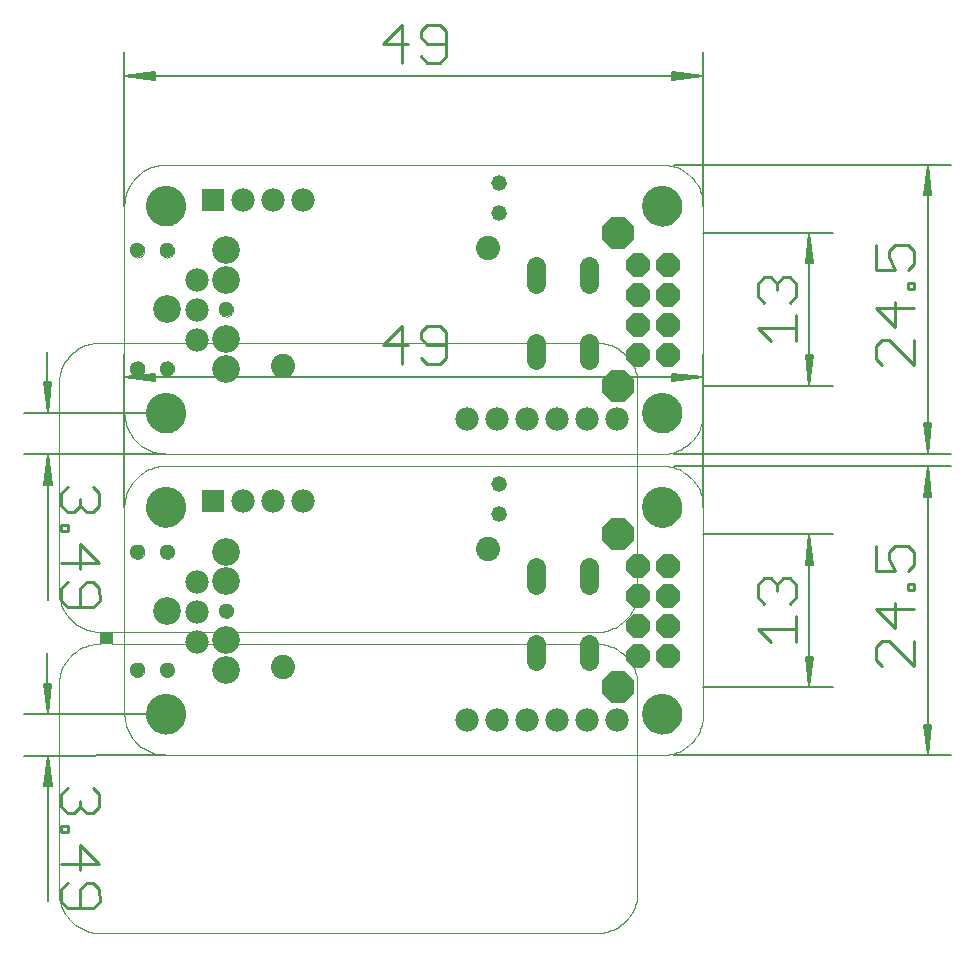
<source format=gbs>
G75*
G70*
%OFA0B0*%
%FSLAX24Y24*%
%IPPOS*%
%LPD*%
%AMOC8*
5,1,8,0,0,1.08239X$1,22.5*
%
%ADD10C,0.0000*%
%ADD11R,0.0394X0.0394*%
%ADD12C,0.0000*%
%ADD13C,0.0051*%
%ADD14C,0.0110*%
%ADD15C,0.0926*%
%ADD16C,0.0512*%
%ADD17OC8,0.0780*%
%ADD18C,0.0808*%
%ADD19C,0.0520*%
%ADD20R,0.0780X0.0780*%
%ADD21C,0.0780*%
%ADD22C,0.0631*%
%ADD23C,0.1340*%
%ADD24OC8,0.1040*%
%ADD25C,0.0000*%
%ADD26C,0.0051*%
%ADD27C,0.0110*%
%ADD28C,0.0926*%
%ADD29C,0.0512*%
%ADD30OC8,0.0780*%
%ADD31C,0.0808*%
%ADD32C,0.0520*%
%ADD33R,0.0780X0.0780*%
%ADD34C,0.0780*%
%ADD35C,0.0631*%
%ADD36C,0.1340*%
%ADD37OC8,0.1040*%
D10*
X000100Y001475D02*
X000100Y001517D01*
X000100Y008368D01*
X000100Y008371D01*
X000100Y008368D02*
X000102Y008440D01*
X000108Y008512D01*
X000117Y008584D01*
X000130Y008655D01*
X000147Y008725D01*
X000167Y008794D01*
X000192Y008862D01*
X000219Y008928D01*
X000250Y008994D01*
X000285Y009057D01*
X000322Y009119D01*
X000363Y009178D01*
X000407Y009235D01*
X000454Y009290D01*
X000504Y009342D01*
X000556Y009392D01*
X000611Y009439D01*
X000668Y009483D01*
X000727Y009524D01*
X000789Y009561D01*
X000852Y009596D01*
X000918Y009627D01*
X000984Y009654D01*
X001052Y009679D01*
X001121Y009699D01*
X001191Y009716D01*
X001262Y009729D01*
X001334Y009738D01*
X001406Y009744D01*
X001478Y009746D01*
X001478Y010139D01*
X001475Y010139D01*
X001475Y009746D02*
X001478Y009746D01*
X001872Y009746D02*
X018014Y009746D01*
X018014Y010139D02*
X001872Y010139D01*
X001872Y009746D01*
X001478Y010139D02*
X001405Y010142D01*
X001332Y010149D01*
X001260Y010159D01*
X001188Y010174D01*
X001117Y010192D01*
X001047Y010214D01*
X000979Y010239D01*
X000911Y010268D01*
X000846Y010300D01*
X000782Y010336D01*
X000720Y010375D01*
X000660Y010418D01*
X000603Y010463D01*
X000548Y010511D01*
X000496Y010562D01*
X000446Y010616D01*
X000399Y010673D01*
X000356Y010731D01*
X000315Y010792D01*
X000278Y010855D01*
X000244Y010920D01*
X000213Y010986D01*
X000186Y011054D01*
X000162Y011124D01*
X000143Y011194D01*
X000127Y011266D01*
X000114Y011338D01*
X000106Y011410D01*
X000101Y011484D01*
X000100Y011557D01*
X000100Y018407D01*
X000100Y018410D01*
X000100Y018407D02*
X000102Y018479D01*
X000108Y018551D01*
X000117Y018623D01*
X000130Y018694D01*
X000147Y018764D01*
X000167Y018833D01*
X000192Y018901D01*
X000219Y018967D01*
X000250Y019033D01*
X000285Y019096D01*
X000322Y019158D01*
X000363Y019217D01*
X000407Y019274D01*
X000454Y019329D01*
X000504Y019381D01*
X000556Y019431D01*
X000611Y019478D01*
X000668Y019522D01*
X000727Y019563D01*
X000789Y019600D01*
X000852Y019635D01*
X000918Y019666D01*
X000984Y019693D01*
X001052Y019718D01*
X001121Y019738D01*
X001191Y019755D01*
X001262Y019768D01*
X001334Y019777D01*
X001406Y019783D01*
X001478Y019785D01*
X018014Y019785D01*
X018086Y019783D01*
X018158Y019777D01*
X018230Y019768D01*
X018301Y019755D01*
X018371Y019738D01*
X018440Y019718D01*
X018508Y019693D01*
X018574Y019666D01*
X018640Y019635D01*
X018703Y019600D01*
X018765Y019563D01*
X018824Y019522D01*
X018881Y019478D01*
X018936Y019431D01*
X018988Y019381D01*
X019038Y019329D01*
X019085Y019274D01*
X019129Y019217D01*
X019170Y019158D01*
X019207Y019096D01*
X019242Y019033D01*
X019273Y018967D01*
X019300Y018901D01*
X019325Y018833D01*
X019345Y018764D01*
X019362Y018694D01*
X019375Y018623D01*
X019384Y018551D01*
X019390Y018479D01*
X019392Y018407D01*
X019391Y018407D02*
X019391Y011517D01*
X019392Y011517D02*
X019390Y011445D01*
X019384Y011373D01*
X019375Y011301D01*
X019362Y011230D01*
X019345Y011160D01*
X019325Y011091D01*
X019300Y011023D01*
X019273Y010957D01*
X019242Y010891D01*
X019207Y010828D01*
X019170Y010766D01*
X019129Y010707D01*
X019085Y010650D01*
X019038Y010595D01*
X018988Y010543D01*
X018936Y010493D01*
X018881Y010446D01*
X018824Y010402D01*
X018765Y010361D01*
X018703Y010324D01*
X018640Y010289D01*
X018574Y010258D01*
X018508Y010231D01*
X018440Y010206D01*
X018371Y010186D01*
X018301Y010169D01*
X018230Y010156D01*
X018158Y010147D01*
X018086Y010141D01*
X018014Y010139D01*
X018017Y010139D01*
X018014Y009746D02*
X018086Y009744D01*
X018158Y009738D01*
X018230Y009729D01*
X018301Y009716D01*
X018371Y009699D01*
X018440Y009679D01*
X018508Y009654D01*
X018574Y009627D01*
X018640Y009596D01*
X018703Y009561D01*
X018765Y009524D01*
X018824Y009483D01*
X018881Y009439D01*
X018936Y009392D01*
X018988Y009342D01*
X019038Y009290D01*
X019085Y009235D01*
X019129Y009178D01*
X019170Y009119D01*
X019207Y009057D01*
X019242Y008994D01*
X019273Y008928D01*
X019300Y008862D01*
X019325Y008794D01*
X019345Y008725D01*
X019362Y008655D01*
X019375Y008584D01*
X019384Y008512D01*
X019390Y008440D01*
X019392Y008368D01*
X019391Y008368D02*
X019391Y001478D01*
X019392Y001478D02*
X019390Y001406D01*
X019384Y001334D01*
X019375Y001262D01*
X019362Y001191D01*
X019345Y001121D01*
X019325Y001052D01*
X019300Y000984D01*
X019273Y000918D01*
X019242Y000852D01*
X019207Y000789D01*
X019170Y000727D01*
X019129Y000668D01*
X019085Y000611D01*
X019038Y000556D01*
X018988Y000504D01*
X018936Y000454D01*
X018881Y000407D01*
X018824Y000363D01*
X018765Y000322D01*
X018703Y000285D01*
X018640Y000250D01*
X018574Y000219D01*
X018508Y000192D01*
X018440Y000167D01*
X018371Y000147D01*
X018301Y000130D01*
X018230Y000117D01*
X018158Y000108D01*
X018086Y000102D01*
X018014Y000100D01*
X018017Y000100D01*
X018014Y000100D02*
X001478Y000100D01*
X001475Y000100D01*
X001478Y000100D02*
X001405Y000103D01*
X001332Y000110D01*
X001260Y000120D01*
X001188Y000135D01*
X001117Y000153D01*
X001047Y000175D01*
X000979Y000200D01*
X000911Y000229D01*
X000846Y000261D01*
X000782Y000297D01*
X000720Y000336D01*
X000660Y000379D01*
X000603Y000424D01*
X000548Y000472D01*
X000496Y000523D01*
X000446Y000577D01*
X000399Y000634D01*
X000356Y000692D01*
X000315Y000753D01*
X000278Y000816D01*
X000244Y000881D01*
X000213Y000947D01*
X000186Y001015D01*
X000162Y001085D01*
X000143Y001155D01*
X000127Y001227D01*
X000114Y001299D01*
X000106Y001371D01*
X000101Y001445D01*
X000100Y001518D01*
X000100Y011514D02*
X000100Y011557D01*
D11*
X001675Y009943D03*
D12*
X3666Y6033D02*
X3669Y6033D01*
X20205Y6033D01*
X20208Y6033D01*
X19558Y7407D02*
X19560Y7457D01*
X19566Y7507D01*
X19576Y7557D01*
X19589Y7605D01*
X19606Y7653D01*
X19627Y7699D01*
X19651Y7743D01*
X19679Y7785D01*
X19710Y7825D01*
X19744Y7862D01*
X19781Y7897D01*
X19820Y7928D01*
X19861Y7957D01*
X19905Y7982D01*
X19951Y8004D01*
X19998Y8022D01*
X20046Y8036D01*
X20095Y8047D01*
X20145Y8054D01*
X20195Y8057D01*
X20246Y8056D01*
X20296Y8051D01*
X20346Y8042D01*
X20394Y8030D01*
X20442Y8013D01*
X20488Y7993D01*
X20533Y7970D01*
X20576Y7943D01*
X20616Y7913D01*
X20654Y7880D01*
X20689Y7844D01*
X20722Y7805D01*
X20751Y7764D01*
X20777Y7721D01*
X20800Y7676D01*
X20819Y7629D01*
X20834Y7581D01*
X20846Y7532D01*
X20854Y7482D01*
X20858Y7432D01*
X20858Y7382D01*
X20854Y7332D01*
X20846Y7282D01*
X20834Y7233D01*
X20819Y7185D01*
X20800Y7138D01*
X20777Y7093D01*
X20751Y7050D01*
X20722Y7009D01*
X20689Y6970D01*
X20654Y6934D01*
X20616Y6901D01*
X20576Y6871D01*
X20533Y6844D01*
X20488Y6821D01*
X20442Y6801D01*
X20394Y6784D01*
X20346Y6772D01*
X20296Y6763D01*
X20246Y6758D01*
X20195Y6757D01*
X20145Y6760D01*
X20095Y6767D01*
X20046Y6778D01*
X19998Y6792D01*
X19951Y6810D01*
X19905Y6832D01*
X19861Y6857D01*
X19820Y6886D01*
X19781Y6917D01*
X19744Y6952D01*
X19710Y6989D01*
X19679Y7029D01*
X19651Y7071D01*
X19627Y7115D01*
X19606Y7161D01*
X19589Y7209D01*
X19576Y7257D01*
X19566Y7307D01*
X19560Y7357D01*
X19558Y7407D01*
X20205Y6033D02*
X20277Y6035D01*
X20349Y6041D01*
X20421Y6050D01*
X20492Y6063D01*
X20562Y6080D01*
X20631Y6100D01*
X20699Y6125D01*
X20765Y6152D01*
X20831Y6183D01*
X20894Y6218D01*
X20956Y6255D01*
X21015Y6296D01*
X21072Y6340D01*
X21127Y6387D01*
X21179Y6437D01*
X21229Y6489D01*
X21276Y6544D01*
X21320Y6601D01*
X21361Y6660D01*
X21398Y6722D01*
X21433Y6785D01*
X21464Y6851D01*
X21491Y6917D01*
X21516Y6985D01*
X21536Y7054D01*
X21553Y7124D01*
X21566Y7195D01*
X21575Y7267D01*
X21581Y7339D01*
X21583Y7411D01*
X21583Y14300D01*
X19555Y14300D02*
X19557Y14350D01*
X19563Y14400D01*
X19573Y14450D01*
X19586Y14498D01*
X19603Y14546D01*
X19624Y14592D01*
X19648Y14636D01*
X19676Y14678D01*
X19707Y14718D01*
X19741Y14755D01*
X19778Y14790D01*
X19817Y14821D01*
X19858Y14850D01*
X19902Y14875D01*
X19948Y14897D01*
X19995Y14915D01*
X20043Y14929D01*
X20092Y14940D01*
X20142Y14947D01*
X20192Y14950D01*
X20243Y14949D01*
X20293Y14944D01*
X20343Y14935D01*
X20391Y14923D01*
X20439Y14906D01*
X20485Y14886D01*
X20530Y14863D01*
X20573Y14836D01*
X20613Y14806D01*
X20651Y14773D01*
X20686Y14737D01*
X20719Y14698D01*
X20748Y14657D01*
X20774Y14614D01*
X20797Y14569D01*
X20816Y14522D01*
X20831Y14474D01*
X20843Y14425D01*
X20851Y14375D01*
X20855Y14325D01*
X20855Y14275D01*
X20851Y14225D01*
X20843Y14175D01*
X20831Y14126D01*
X20816Y14078D01*
X20797Y14031D01*
X20774Y13986D01*
X20748Y13943D01*
X20719Y13902D01*
X20686Y13863D01*
X20651Y13827D01*
X20613Y13794D01*
X20573Y13764D01*
X20530Y13737D01*
X20485Y13714D01*
X20439Y13694D01*
X20391Y13677D01*
X20343Y13665D01*
X20293Y13656D01*
X20243Y13651D01*
X20192Y13650D01*
X20142Y13653D01*
X20092Y13660D01*
X20043Y13671D01*
X19995Y13685D01*
X19948Y13703D01*
X19902Y13725D01*
X19858Y13750D01*
X19817Y13779D01*
X19778Y13810D01*
X19741Y13845D01*
X19707Y13882D01*
X19676Y13922D01*
X19648Y13964D01*
X19624Y14008D01*
X19603Y14054D01*
X19586Y14102D01*
X19573Y14150D01*
X19563Y14200D01*
X19557Y14250D01*
X19555Y14300D01*
X20205Y15678D02*
X20277Y15676D01*
X20349Y15670D01*
X20421Y15661D01*
X20492Y15648D01*
X20562Y15631D01*
X20631Y15611D01*
X20699Y15586D01*
X20765Y15559D01*
X20831Y15528D01*
X20894Y15493D01*
X20956Y15456D01*
X21015Y15415D01*
X21072Y15371D01*
X21127Y15324D01*
X21179Y15274D01*
X21229Y15222D01*
X21276Y15167D01*
X21320Y15110D01*
X21361Y15051D01*
X21398Y14989D01*
X21433Y14926D01*
X21464Y14860D01*
X21491Y14794D01*
X21516Y14726D01*
X21536Y14657D01*
X21553Y14587D01*
X21566Y14516D01*
X21575Y14444D01*
X21581Y14372D01*
X21583Y14300D01*
X20205Y15678D02*
X3669Y15678D01*
X3016Y14304D02*
X3018Y14354D01*
X3024Y14404D01*
X3034Y14454D01*
X3047Y14502D01*
X3064Y14550D01*
X3085Y14596D01*
X3109Y14640D01*
X3137Y14682D01*
X3168Y14722D01*
X3202Y14759D01*
X3239Y14794D01*
X3278Y14825D01*
X3319Y14854D01*
X3363Y14879D01*
X3409Y14901D01*
X3456Y14919D01*
X3504Y14933D01*
X3553Y14944D01*
X3603Y14951D01*
X3653Y14954D01*
X3704Y14953D01*
X3754Y14948D01*
X3804Y14939D01*
X3852Y14927D01*
X3900Y14910D01*
X3946Y14890D01*
X3991Y14867D01*
X4034Y14840D01*
X4074Y14810D01*
X4112Y14777D01*
X4147Y14741D01*
X4180Y14702D01*
X4209Y14661D01*
X4235Y14618D01*
X4258Y14573D01*
X4277Y14526D01*
X4292Y14478D01*
X4304Y14429D01*
X4312Y14379D01*
X4316Y14329D01*
X4316Y14279D01*
X4312Y14229D01*
X4304Y14179D01*
X4292Y14130D01*
X4277Y14082D01*
X4258Y14035D01*
X4235Y13990D01*
X4209Y13947D01*
X4180Y13906D01*
X4147Y13867D01*
X4112Y13831D01*
X4074Y13798D01*
X4034Y13768D01*
X3991Y13741D01*
X3946Y13718D01*
X3900Y13698D01*
X3852Y13681D01*
X3804Y13669D01*
X3754Y13660D01*
X3704Y13655D01*
X3653Y13654D01*
X3603Y13657D01*
X3553Y13664D01*
X3504Y13675D01*
X3456Y13689D01*
X3409Y13707D01*
X3363Y13729D01*
X3319Y13754D01*
X3278Y13783D01*
X3239Y13814D01*
X3202Y13849D01*
X3168Y13886D01*
X3137Y13926D01*
X3109Y13968D01*
X3085Y14012D01*
X3064Y14058D01*
X3047Y14106D01*
X3034Y14154D01*
X3024Y14204D01*
X3018Y14254D01*
X3016Y14304D01*
X2291Y14300D02*
X2293Y14372D01*
X2299Y14444D01*
X2308Y14516D01*
X2321Y14587D01*
X2338Y14657D01*
X2358Y14726D01*
X2383Y14794D01*
X2410Y14860D01*
X2441Y14926D01*
X2476Y14989D01*
X2513Y15051D01*
X2554Y15110D01*
X2598Y15167D01*
X2645Y15222D01*
X2695Y15274D01*
X2747Y15324D01*
X2802Y15371D01*
X2859Y15415D01*
X2918Y15456D01*
X2980Y15493D01*
X3043Y15528D01*
X3109Y15559D01*
X3175Y15586D01*
X3243Y15611D01*
X3312Y15631D01*
X3382Y15648D01*
X3453Y15661D01*
X3525Y15670D01*
X3597Y15676D01*
X3669Y15678D01*
X2291Y14304D02*
X2291Y14300D01*
X2291Y7450D01*
X2291Y7407D01*
X3016Y7407D02*
X3018Y7457D01*
X3024Y7507D01*
X3034Y7557D01*
X3047Y7605D01*
X3064Y7653D01*
X3085Y7699D01*
X3109Y7743D01*
X3137Y7785D01*
X3168Y7825D01*
X3202Y7862D01*
X3239Y7897D01*
X3278Y7928D01*
X3319Y7957D01*
X3363Y7982D01*
X3409Y8004D01*
X3456Y8022D01*
X3504Y8036D01*
X3553Y8047D01*
X3603Y8054D01*
X3653Y8057D01*
X3704Y8056D01*
X3754Y8051D01*
X3804Y8042D01*
X3852Y8030D01*
X3900Y8013D01*
X3946Y7993D01*
X3991Y7970D01*
X4034Y7943D01*
X4074Y7913D01*
X4112Y7880D01*
X4147Y7844D01*
X4180Y7805D01*
X4209Y7764D01*
X4235Y7721D01*
X4258Y7676D01*
X4277Y7629D01*
X4292Y7581D01*
X4304Y7532D01*
X4312Y7482D01*
X4316Y7432D01*
X4316Y7382D01*
X4312Y7332D01*
X4304Y7282D01*
X4292Y7233D01*
X4277Y7185D01*
X4258Y7138D01*
X4235Y7093D01*
X4209Y7050D01*
X4180Y7009D01*
X4147Y6970D01*
X4112Y6934D01*
X4074Y6901D01*
X4034Y6871D01*
X3991Y6844D01*
X3946Y6821D01*
X3900Y6801D01*
X3852Y6784D01*
X3804Y6772D01*
X3754Y6763D01*
X3704Y6758D01*
X3653Y6757D01*
X3603Y6760D01*
X3553Y6767D01*
X3504Y6778D01*
X3456Y6792D01*
X3409Y6810D01*
X3363Y6832D01*
X3319Y6857D01*
X3278Y6886D01*
X3239Y6917D01*
X3202Y6952D01*
X3168Y6989D01*
X3137Y7029D01*
X3109Y7071D01*
X3085Y7115D01*
X3064Y7161D01*
X3047Y7209D01*
X3034Y7257D01*
X3024Y7307D01*
X3018Y7357D01*
X3016Y7407D01*
X2291Y7450D02*
X2292Y7377D01*
X2297Y7303D01*
X2305Y7231D01*
X2318Y7159D01*
X2334Y7087D01*
X2353Y7017D01*
X2377Y6947D01*
X2404Y6879D01*
X2435Y6813D01*
X2469Y6748D01*
X2506Y6685D01*
X2547Y6624D01*
X2590Y6566D01*
X2637Y6509D01*
X2687Y6455D01*
X2739Y6404D01*
X2794Y6356D01*
X2851Y6311D01*
X2911Y6268D01*
X2973Y6229D01*
X3037Y6193D01*
X3102Y6161D01*
X3170Y6132D01*
X3238Y6107D01*
X3308Y6085D01*
X3379Y6067D01*
X3451Y6052D01*
X3523Y6042D01*
X3596Y6035D01*
X3669Y6032D01*
X3473Y8883D02*
X3475Y8913D01*
X3481Y8943D01*
X3490Y8972D01*
X3503Y8999D01*
X3520Y9024D01*
X3539Y9047D01*
X3562Y9068D01*
X3587Y9085D01*
X3613Y9099D01*
X3642Y9109D01*
X3671Y9116D01*
X3701Y9119D01*
X3732Y9118D01*
X3762Y9113D01*
X3791Y9104D01*
X3818Y9092D01*
X3844Y9077D01*
X3868Y9058D01*
X3889Y9036D01*
X3907Y9012D01*
X3922Y8985D01*
X3933Y8957D01*
X3941Y8928D01*
X3945Y8898D01*
X3945Y8868D01*
X3941Y8838D01*
X3933Y8809D01*
X3922Y8781D01*
X3907Y8754D01*
X3889Y8730D01*
X3868Y8708D01*
X3844Y8689D01*
X3818Y8674D01*
X3791Y8662D01*
X3762Y8653D01*
X3732Y8648D01*
X3701Y8647D01*
X3671Y8650D01*
X3642Y8657D01*
X3613Y8667D01*
X3587Y8681D01*
X3562Y8698D01*
X3539Y8719D01*
X3520Y8742D01*
X3503Y8767D01*
X3490Y8794D01*
X3481Y8823D01*
X3475Y8853D01*
X3473Y8883D01*
X2488Y8883D02*
X2490Y8913D01*
X2496Y8943D01*
X2505Y8972D01*
X2518Y8999D01*
X2535Y9024D01*
X2554Y9047D01*
X2577Y9068D01*
X2602Y9085D01*
X2628Y9099D01*
X2657Y9109D01*
X2686Y9116D01*
X2716Y9119D01*
X2747Y9118D01*
X2777Y9113D01*
X2806Y9104D01*
X2833Y9092D01*
X2859Y9077D01*
X2883Y9058D01*
X2904Y9036D01*
X2922Y9012D01*
X2937Y8985D01*
X2948Y8957D01*
X2956Y8928D01*
X2960Y8898D01*
X2960Y8868D01*
X2956Y8838D01*
X2948Y8809D01*
X2937Y8781D01*
X2922Y8754D01*
X2904Y8730D01*
X2883Y8708D01*
X2859Y8689D01*
X2833Y8674D01*
X2806Y8662D01*
X2777Y8653D01*
X2747Y8648D01*
X2716Y8647D01*
X2686Y8650D01*
X2657Y8657D01*
X2628Y8667D01*
X2602Y8681D01*
X2577Y8698D01*
X2554Y8719D01*
X2535Y8742D01*
X2518Y8767D01*
X2505Y8794D01*
X2496Y8823D01*
X2490Y8853D01*
X2488Y8883D01*
X5441Y10852D02*
X5443Y10882D01*
X5449Y10912D01*
X5458Y10941D01*
X5471Y10968D01*
X5488Y10993D01*
X5507Y11016D01*
X5530Y11037D01*
X5555Y11054D01*
X5581Y11068D01*
X5610Y11078D01*
X5639Y11085D01*
X5669Y11088D01*
X5700Y11087D01*
X5730Y11082D01*
X5759Y11073D01*
X5786Y11061D01*
X5812Y11046D01*
X5836Y11027D01*
X5857Y11005D01*
X5875Y10981D01*
X5890Y10954D01*
X5901Y10926D01*
X5909Y10897D01*
X5913Y10867D01*
X5913Y10837D01*
X5909Y10807D01*
X5901Y10778D01*
X5890Y10750D01*
X5875Y10723D01*
X5857Y10699D01*
X5836Y10677D01*
X5812Y10658D01*
X5786Y10643D01*
X5759Y10631D01*
X5730Y10622D01*
X5700Y10617D01*
X5669Y10616D01*
X5639Y10619D01*
X5610Y10626D01*
X5581Y10636D01*
X5555Y10650D01*
X5530Y10667D01*
X5507Y10688D01*
X5488Y10711D01*
X5471Y10736D01*
X5458Y10763D01*
X5449Y10792D01*
X5443Y10822D01*
X5441Y10852D01*
X3473Y12820D02*
X3475Y12850D01*
X3481Y12880D01*
X3490Y12909D01*
X3503Y12936D01*
X3520Y12961D01*
X3539Y12984D01*
X3562Y13005D01*
X3587Y13022D01*
X3613Y13036D01*
X3642Y13046D01*
X3671Y13053D01*
X3701Y13056D01*
X3732Y13055D01*
X3762Y13050D01*
X3791Y13041D01*
X3818Y13029D01*
X3844Y13014D01*
X3868Y12995D01*
X3889Y12973D01*
X3907Y12949D01*
X3922Y12922D01*
X3933Y12894D01*
X3941Y12865D01*
X3945Y12835D01*
X3945Y12805D01*
X3941Y12775D01*
X3933Y12746D01*
X3922Y12718D01*
X3907Y12691D01*
X3889Y12667D01*
X3868Y12645D01*
X3844Y12626D01*
X3818Y12611D01*
X3791Y12599D01*
X3762Y12590D01*
X3732Y12585D01*
X3701Y12584D01*
X3671Y12587D01*
X3642Y12594D01*
X3613Y12604D01*
X3587Y12618D01*
X3562Y12635D01*
X3539Y12656D01*
X3520Y12679D01*
X3503Y12704D01*
X3490Y12731D01*
X3481Y12760D01*
X3475Y12790D01*
X3473Y12820D01*
X2488Y12820D02*
X2490Y12850D01*
X2496Y12880D01*
X2505Y12909D01*
X2518Y12936D01*
X2535Y12961D01*
X2554Y12984D01*
X2577Y13005D01*
X2602Y13022D01*
X2628Y13036D01*
X2657Y13046D01*
X2686Y13053D01*
X2716Y13056D01*
X2747Y13055D01*
X2777Y13050D01*
X2806Y13041D01*
X2833Y13029D01*
X2859Y13014D01*
X2883Y12995D01*
X2904Y12973D01*
X2922Y12949D01*
X2937Y12922D01*
X2948Y12894D01*
X2956Y12865D01*
X2960Y12835D01*
X2960Y12805D01*
X2956Y12775D01*
X2948Y12746D01*
X2937Y12718D01*
X2922Y12691D01*
X2904Y12667D01*
X2883Y12645D01*
X2859Y12626D01*
X2833Y12611D01*
X2806Y12599D01*
X2777Y12590D01*
X2747Y12585D01*
X2716Y12584D01*
X2686Y12587D01*
X2657Y12594D01*
X2628Y12604D01*
X2602Y12618D01*
X2577Y12635D01*
X2554Y12656D01*
X2535Y12679D01*
X2518Y12704D01*
X2505Y12731D01*
X2496Y12760D01*
X2490Y12790D01*
X2488Y12820D01*
D13*
X-266Y6024D02*
X-255Y1163D01*
X-315Y5000D02*
X-266Y6024D01*
X-366Y5000D01*
X-389Y5000D02*
X-266Y6024D01*
X-161Y5000D01*
X-138Y5000D02*
X-389Y5000D01*
X-212Y5000D02*
X-266Y6024D01*
X-138Y5000D01*
X-1053Y6022D02*
X3669Y6033D01*
X3666Y7407D02*
X-1056Y7397D01*
X-269Y7398D02*
X-374Y8422D01*
X-397Y8422D02*
X-269Y7398D01*
X-169Y8422D01*
X-146Y8422D02*
X-397Y8422D01*
X-323Y8422D02*
X-269Y7398D01*
X-220Y8422D01*
X-146Y8422D02*
X-269Y7398D01*
X-274Y9446D01*
X2291Y14300D02*
X2291Y19418D01*
X2291Y18631D02*
X3315Y18733D01*
X3315Y18757D02*
X3315Y18505D01*
X2291Y18631D01*
X3315Y18529D01*
X3315Y18580D02*
X2291Y18631D01*
X3315Y18682D01*
X3315Y18757D02*
X2291Y18631D01*
X21583Y18631D01*
X20559Y18529D01*
X20559Y18505D02*
X21583Y18631D01*
X20559Y18733D01*
X20559Y18757D02*
X20559Y18505D01*
X20559Y18580D02*
X21583Y18631D01*
X20559Y18682D01*
X20559Y18757D02*
X21583Y18631D01*
X21583Y19418D02*
X21583Y14300D01*
X21583Y13415D02*
X25913Y13415D01*
X25126Y13415D02*
X25228Y12391D01*
X25252Y12391D02*
X25126Y13415D01*
X25024Y12391D01*
X25000Y12391D02*
X25252Y12391D01*
X25177Y12391D02*
X25126Y13415D01*
X25075Y12391D01*
X25000Y12391D02*
X25126Y13415D01*
X25126Y8296D01*
X25228Y9320D01*
X25252Y9320D02*
X25126Y8296D01*
X25024Y9320D01*
X25000Y9320D02*
X25252Y9320D01*
X25177Y9320D02*
X25126Y8296D01*
X25075Y9320D01*
X25000Y9320D02*
X25126Y8296D01*
X25913Y8296D02*
X21583Y8296D01*
X20598Y6033D02*
X29850Y6033D01*
X29063Y6033D02*
X29165Y7056D01*
X29189Y7056D02*
X29063Y6033D01*
X28961Y7056D01*
X28937Y7056D02*
X29189Y7056D01*
X29114Y7056D02*
X29063Y6033D01*
X29012Y7056D01*
X28937Y7056D02*
X29063Y6033D01*
X29063Y15678D01*
X29165Y14655D01*
X29189Y14655D02*
X29063Y15678D01*
X28961Y14655D01*
X28937Y14655D02*
X29189Y14655D01*
X29114Y14655D02*
X29063Y15678D01*
X29012Y14655D01*
X28937Y14655D02*
X29063Y15678D01*
X29850Y15678D02*
X20598Y15678D01*
D14*
X23620Y11929D02*
X23831Y11929D01*
X24043Y11717D01*
X24254Y11929D01*
X24466Y11929D01*
X24677Y11717D01*
X24677Y11294D01*
X24466Y11083D01*
X24677Y10660D02*
X24677Y9814D01*
X24677Y10237D02*
X23408Y10237D01*
X23831Y9814D01*
X23620Y11083D02*
X23408Y11294D01*
X23408Y11717D01*
X23620Y11929D01*
X24043Y11717D02*
X24043Y11506D01*
X27345Y10895D02*
X27980Y10261D01*
X27980Y11107D01*
X28614Y10895D02*
X27345Y10895D01*
X28403Y11529D02*
X28403Y11741D01*
X28614Y11741D01*
X28614Y11529D01*
X28403Y11529D01*
X28403Y12164D02*
X28614Y12375D01*
X28614Y12798D01*
X28403Y13010D01*
X27980Y13010D01*
X27768Y12798D01*
X27768Y12587D01*
X27980Y12164D01*
X27345Y12164D01*
X27345Y13010D01*
X27557Y9838D02*
X27345Y9626D01*
X27345Y9203D01*
X27557Y8992D01*
X27768Y9838D02*
X28614Y8992D01*
X28614Y9838D01*
X27768Y9838D02*
X27557Y9838D01*
X13010Y19291D02*
X13010Y20137D01*
X12799Y20349D01*
X12376Y20349D01*
X12164Y20137D01*
X12164Y19926D01*
X12376Y19714D01*
X13010Y19714D01*
X13010Y19291D02*
X12799Y19080D01*
X12376Y19080D01*
X12164Y19291D01*
X11742Y19714D02*
X10896Y19714D01*
X11530Y20349D01*
X11530Y19080D01*
X1243Y4948D02*
X1455Y4737D01*
X1455Y4314D01*
X1244Y4102D01*
X1033Y4101D01*
X821Y4313D01*
X610Y4101D01*
X398Y4100D01*
X186Y4311D01*
X186Y4735D01*
X397Y4946D01*
X821Y4524D02*
X821Y4313D01*
X399Y3678D02*
X187Y3677D01*
X188Y3466D01*
X399Y3466D01*
X399Y3678D01*
X823Y3044D02*
X825Y2198D01*
X1037Y1775D02*
X826Y1564D01*
X827Y929D01*
X404Y928D02*
X1250Y930D01*
X1461Y1142D01*
X1460Y1565D01*
X1248Y1776D01*
X1037Y1775D01*
X402Y1774D02*
X191Y1563D01*
X192Y1139D01*
X404Y928D01*
X190Y2408D02*
X1459Y2411D01*
X823Y3044D01*
D15*
X5677Y8883D03*
X5677Y9867D03*
X3709Y10852D03*
X5677Y11836D03*
X5677Y12820D03*
D16*
X3709Y12820D03*
X2724Y12820D03*
X5677Y10852D03*
X3709Y8883D03*
X2724Y8883D03*
D17*
X19406Y9349D03*
X20406Y9349D03*
X20406Y10349D03*
X19406Y10349D03*
X19406Y11349D03*
X20406Y11349D03*
X20406Y12349D03*
X19406Y12349D03*
D18*
X14410Y12898D03*
X7591Y8961D03*
D19*
X14770Y14061D03*
X14770Y15061D03*
D20*
X5236Y14512D03*
D21*
X6236Y14512D03*
X7236Y14512D03*
X8236Y14512D03*
X4711Y11823D03*
X4711Y10823D03*
X4711Y9823D03*
X13723Y7209D03*
X14723Y7209D03*
X15723Y7209D03*
X16723Y7209D03*
X17723Y7209D03*
X18723Y7209D03*
D22*
X17777Y9158D02*
X17777Y9748D01*
X16006Y9748D02*
X16006Y9158D01*
X16006Y11717D02*
X16006Y12307D01*
X17777Y12307D02*
X17777Y11717D01*
D23*
X20205Y14300D03*
X20208Y7407D03*
X3666Y7407D03*
X3666Y14304D03*
D24*
X18728Y13415D03*
X18728Y8296D03*
D25*
X3666Y16073D02*
X3669Y16073D01*
X20205Y16073D01*
X20208Y16073D01*
X19558Y17447D02*
X19560Y17497D01*
X19566Y17547D01*
X19576Y17597D01*
X19589Y17645D01*
X19606Y17693D01*
X19627Y17739D01*
X19651Y17783D01*
X19679Y17825D01*
X19710Y17865D01*
X19744Y17902D01*
X19781Y17937D01*
X19820Y17968D01*
X19861Y17997D01*
X19905Y18022D01*
X19951Y18044D01*
X19998Y18062D01*
X20046Y18076D01*
X20095Y18087D01*
X20145Y18094D01*
X20195Y18097D01*
X20246Y18096D01*
X20296Y18091D01*
X20346Y18082D01*
X20394Y18070D01*
X20442Y18053D01*
X20488Y18033D01*
X20533Y18010D01*
X20576Y17983D01*
X20616Y17953D01*
X20654Y17920D01*
X20689Y17884D01*
X20722Y17845D01*
X20751Y17804D01*
X20777Y17761D01*
X20800Y17716D01*
X20819Y17669D01*
X20834Y17621D01*
X20846Y17572D01*
X20854Y17522D01*
X20858Y17472D01*
X20858Y17422D01*
X20854Y17372D01*
X20846Y17322D01*
X20834Y17273D01*
X20819Y17225D01*
X20800Y17178D01*
X20777Y17133D01*
X20751Y17090D01*
X20722Y17049D01*
X20689Y17010D01*
X20654Y16974D01*
X20616Y16941D01*
X20576Y16911D01*
X20533Y16884D01*
X20488Y16861D01*
X20442Y16841D01*
X20394Y16824D01*
X20346Y16812D01*
X20296Y16803D01*
X20246Y16798D01*
X20195Y16797D01*
X20145Y16800D01*
X20095Y16807D01*
X20046Y16818D01*
X19998Y16832D01*
X19951Y16850D01*
X19905Y16872D01*
X19861Y16897D01*
X19820Y16926D01*
X19781Y16957D01*
X19744Y16992D01*
X19710Y17029D01*
X19679Y17069D01*
X19651Y17111D01*
X19627Y17155D01*
X19606Y17201D01*
X19589Y17249D01*
X19576Y17297D01*
X19566Y17347D01*
X19560Y17397D01*
X19558Y17447D01*
X20205Y16073D02*
X20277Y16075D01*
X20349Y16081D01*
X20421Y16090D01*
X20492Y16103D01*
X20562Y16120D01*
X20631Y16140D01*
X20699Y16165D01*
X20765Y16192D01*
X20831Y16223D01*
X20894Y16258D01*
X20956Y16295D01*
X21015Y16336D01*
X21072Y16380D01*
X21127Y16427D01*
X21179Y16477D01*
X21229Y16529D01*
X21276Y16584D01*
X21320Y16641D01*
X21361Y16700D01*
X21398Y16762D01*
X21433Y16825D01*
X21464Y16891D01*
X21491Y16957D01*
X21516Y17025D01*
X21536Y17094D01*
X21553Y17164D01*
X21566Y17235D01*
X21575Y17307D01*
X21581Y17379D01*
X21583Y17451D01*
X21583Y24340D01*
X19555Y24340D02*
X19557Y24390D01*
X19563Y24440D01*
X19573Y24490D01*
X19586Y24538D01*
X19603Y24586D01*
X19624Y24632D01*
X19648Y24676D01*
X19676Y24718D01*
X19707Y24758D01*
X19741Y24795D01*
X19778Y24830D01*
X19817Y24861D01*
X19858Y24890D01*
X19902Y24915D01*
X19948Y24937D01*
X19995Y24955D01*
X20043Y24969D01*
X20092Y24980D01*
X20142Y24987D01*
X20192Y24990D01*
X20243Y24989D01*
X20293Y24984D01*
X20343Y24975D01*
X20391Y24963D01*
X20439Y24946D01*
X20485Y24926D01*
X20530Y24903D01*
X20573Y24876D01*
X20613Y24846D01*
X20651Y24813D01*
X20686Y24777D01*
X20719Y24738D01*
X20748Y24697D01*
X20774Y24654D01*
X20797Y24609D01*
X20816Y24562D01*
X20831Y24514D01*
X20843Y24465D01*
X20851Y24415D01*
X20855Y24365D01*
X20855Y24315D01*
X20851Y24265D01*
X20843Y24215D01*
X20831Y24166D01*
X20816Y24118D01*
X20797Y24071D01*
X20774Y24026D01*
X20748Y23983D01*
X20719Y23942D01*
X20686Y23903D01*
X20651Y23867D01*
X20613Y23834D01*
X20573Y23804D01*
X20530Y23777D01*
X20485Y23754D01*
X20439Y23734D01*
X20391Y23717D01*
X20343Y23705D01*
X20293Y23696D01*
X20243Y23691D01*
X20192Y23690D01*
X20142Y23693D01*
X20092Y23700D01*
X20043Y23711D01*
X19995Y23725D01*
X19948Y23743D01*
X19902Y23765D01*
X19858Y23790D01*
X19817Y23819D01*
X19778Y23850D01*
X19741Y23885D01*
X19707Y23922D01*
X19676Y23962D01*
X19648Y24004D01*
X19624Y24048D01*
X19603Y24094D01*
X19586Y24142D01*
X19573Y24190D01*
X19563Y24240D01*
X19557Y24290D01*
X19555Y24340D01*
X20205Y25718D02*
X20277Y25716D01*
X20349Y25710D01*
X20421Y25701D01*
X20492Y25688D01*
X20562Y25671D01*
X20631Y25651D01*
X20699Y25626D01*
X20765Y25599D01*
X20831Y25568D01*
X20894Y25533D01*
X20956Y25496D01*
X21015Y25455D01*
X21072Y25411D01*
X21127Y25364D01*
X21179Y25314D01*
X21229Y25262D01*
X21276Y25207D01*
X21320Y25150D01*
X21361Y25091D01*
X21398Y25029D01*
X21433Y24966D01*
X21464Y24900D01*
X21491Y24834D01*
X21516Y24766D01*
X21536Y24697D01*
X21553Y24627D01*
X21566Y24556D01*
X21575Y24484D01*
X21581Y24412D01*
X21583Y24340D01*
X20205Y25718D02*
X3669Y25718D01*
X3016Y24344D02*
X3018Y24394D01*
X3024Y24444D01*
X3034Y24494D01*
X3047Y24542D01*
X3064Y24590D01*
X3085Y24636D01*
X3109Y24680D01*
X3137Y24722D01*
X3168Y24762D01*
X3202Y24799D01*
X3239Y24834D01*
X3278Y24865D01*
X3319Y24894D01*
X3363Y24919D01*
X3409Y24941D01*
X3456Y24959D01*
X3504Y24973D01*
X3553Y24984D01*
X3603Y24991D01*
X3653Y24994D01*
X3704Y24993D01*
X3754Y24988D01*
X3804Y24979D01*
X3852Y24967D01*
X3900Y24950D01*
X3946Y24930D01*
X3991Y24907D01*
X4034Y24880D01*
X4074Y24850D01*
X4112Y24817D01*
X4147Y24781D01*
X4180Y24742D01*
X4209Y24701D01*
X4235Y24658D01*
X4258Y24613D01*
X4277Y24566D01*
X4292Y24518D01*
X4304Y24469D01*
X4312Y24419D01*
X4316Y24369D01*
X4316Y24319D01*
X4312Y24269D01*
X4304Y24219D01*
X4292Y24170D01*
X4277Y24122D01*
X4258Y24075D01*
X4235Y24030D01*
X4209Y23987D01*
X4180Y23946D01*
X4147Y23907D01*
X4112Y23871D01*
X4074Y23838D01*
X4034Y23808D01*
X3991Y23781D01*
X3946Y23758D01*
X3900Y23738D01*
X3852Y23721D01*
X3804Y23709D01*
X3754Y23700D01*
X3704Y23695D01*
X3653Y23694D01*
X3603Y23697D01*
X3553Y23704D01*
X3504Y23715D01*
X3456Y23729D01*
X3409Y23747D01*
X3363Y23769D01*
X3319Y23794D01*
X3278Y23823D01*
X3239Y23854D01*
X3202Y23889D01*
X3168Y23926D01*
X3137Y23966D01*
X3109Y24008D01*
X3085Y24052D01*
X3064Y24098D01*
X3047Y24146D01*
X3034Y24194D01*
X3024Y24244D01*
X3018Y24294D01*
X3016Y24344D01*
X2291Y24340D02*
X2293Y24412D01*
X2299Y24484D01*
X2308Y24556D01*
X2321Y24627D01*
X2338Y24697D01*
X2358Y24766D01*
X2383Y24834D01*
X2410Y24900D01*
X2441Y24966D01*
X2476Y25029D01*
X2513Y25091D01*
X2554Y25150D01*
X2598Y25207D01*
X2645Y25262D01*
X2695Y25314D01*
X2747Y25364D01*
X2802Y25411D01*
X2859Y25455D01*
X2918Y25496D01*
X2980Y25533D01*
X3043Y25568D01*
X3109Y25599D01*
X3175Y25626D01*
X3243Y25651D01*
X3312Y25671D01*
X3382Y25688D01*
X3453Y25701D01*
X3525Y25710D01*
X3597Y25716D01*
X3669Y25718D01*
X2291Y24344D02*
X2291Y24340D01*
X2291Y17490D01*
X2291Y17447D01*
X3016Y17447D02*
X3018Y17497D01*
X3024Y17547D01*
X3034Y17597D01*
X3047Y17645D01*
X3064Y17693D01*
X3085Y17739D01*
X3109Y17783D01*
X3137Y17825D01*
X3168Y17865D01*
X3202Y17902D01*
X3239Y17937D01*
X3278Y17968D01*
X3319Y17997D01*
X3363Y18022D01*
X3409Y18044D01*
X3456Y18062D01*
X3504Y18076D01*
X3553Y18087D01*
X3603Y18094D01*
X3653Y18097D01*
X3704Y18096D01*
X3754Y18091D01*
X3804Y18082D01*
X3852Y18070D01*
X3900Y18053D01*
X3946Y18033D01*
X3991Y18010D01*
X4034Y17983D01*
X4074Y17953D01*
X4112Y17920D01*
X4147Y17884D01*
X4180Y17845D01*
X4209Y17804D01*
X4235Y17761D01*
X4258Y17716D01*
X4277Y17669D01*
X4292Y17621D01*
X4304Y17572D01*
X4312Y17522D01*
X4316Y17472D01*
X4316Y17422D01*
X4312Y17372D01*
X4304Y17322D01*
X4292Y17273D01*
X4277Y17225D01*
X4258Y17178D01*
X4235Y17133D01*
X4209Y17090D01*
X4180Y17049D01*
X4147Y17010D01*
X4112Y16974D01*
X4074Y16941D01*
X4034Y16911D01*
X3991Y16884D01*
X3946Y16861D01*
X3900Y16841D01*
X3852Y16824D01*
X3804Y16812D01*
X3754Y16803D01*
X3704Y16798D01*
X3653Y16797D01*
X3603Y16800D01*
X3553Y16807D01*
X3504Y16818D01*
X3456Y16832D01*
X3409Y16850D01*
X3363Y16872D01*
X3319Y16897D01*
X3278Y16926D01*
X3239Y16957D01*
X3202Y16992D01*
X3168Y17029D01*
X3137Y17069D01*
X3109Y17111D01*
X3085Y17155D01*
X3064Y17201D01*
X3047Y17249D01*
X3034Y17297D01*
X3024Y17347D01*
X3018Y17397D01*
X3016Y17447D01*
X2291Y17490D02*
X2292Y17417D01*
X2297Y17343D01*
X2305Y17271D01*
X2318Y17199D01*
X2334Y17127D01*
X2353Y17057D01*
X2377Y16987D01*
X2404Y16919D01*
X2435Y16853D01*
X2469Y16788D01*
X2506Y16725D01*
X2547Y16664D01*
X2590Y16606D01*
X2637Y16549D01*
X2687Y16495D01*
X2739Y16444D01*
X2794Y16396D01*
X2851Y16351D01*
X2911Y16308D01*
X2973Y16269D01*
X3037Y16233D01*
X3102Y16201D01*
X3170Y16172D01*
X3238Y16147D01*
X3308Y16125D01*
X3379Y16107D01*
X3451Y16092D01*
X3523Y16082D01*
X3596Y16075D01*
X3669Y16072D01*
X3473Y18923D02*
X3475Y18953D01*
X3481Y18983D01*
X3490Y19012D01*
X3503Y19039D01*
X3520Y19064D01*
X3539Y19087D01*
X3562Y19108D01*
X3587Y19125D01*
X3613Y19139D01*
X3642Y19149D01*
X3671Y19156D01*
X3701Y19159D01*
X3732Y19158D01*
X3762Y19153D01*
X3791Y19144D01*
X3818Y19132D01*
X3844Y19117D01*
X3868Y19098D01*
X3889Y19076D01*
X3907Y19052D01*
X3922Y19025D01*
X3933Y18997D01*
X3941Y18968D01*
X3945Y18938D01*
X3945Y18908D01*
X3941Y18878D01*
X3933Y18849D01*
X3922Y18821D01*
X3907Y18794D01*
X3889Y18770D01*
X3868Y18748D01*
X3844Y18729D01*
X3818Y18714D01*
X3791Y18702D01*
X3762Y18693D01*
X3732Y18688D01*
X3701Y18687D01*
X3671Y18690D01*
X3642Y18697D01*
X3613Y18707D01*
X3587Y18721D01*
X3562Y18738D01*
X3539Y18759D01*
X3520Y18782D01*
X3503Y18807D01*
X3490Y18834D01*
X3481Y18863D01*
X3475Y18893D01*
X3473Y18923D01*
X2488Y18923D02*
X2490Y18953D01*
X2496Y18983D01*
X2505Y19012D01*
X2518Y19039D01*
X2535Y19064D01*
X2554Y19087D01*
X2577Y19108D01*
X2602Y19125D01*
X2628Y19139D01*
X2657Y19149D01*
X2686Y19156D01*
X2716Y19159D01*
X2747Y19158D01*
X2777Y19153D01*
X2806Y19144D01*
X2833Y19132D01*
X2859Y19117D01*
X2883Y19098D01*
X2904Y19076D01*
X2922Y19052D01*
X2937Y19025D01*
X2948Y18997D01*
X2956Y18968D01*
X2960Y18938D01*
X2960Y18908D01*
X2956Y18878D01*
X2948Y18849D01*
X2937Y18821D01*
X2922Y18794D01*
X2904Y18770D01*
X2883Y18748D01*
X2859Y18729D01*
X2833Y18714D01*
X2806Y18702D01*
X2777Y18693D01*
X2747Y18688D01*
X2716Y18687D01*
X2686Y18690D01*
X2657Y18697D01*
X2628Y18707D01*
X2602Y18721D01*
X2577Y18738D01*
X2554Y18759D01*
X2535Y18782D01*
X2518Y18807D01*
X2505Y18834D01*
X2496Y18863D01*
X2490Y18893D01*
X2488Y18923D01*
X5441Y20892D02*
X5443Y20922D01*
X5449Y20952D01*
X5458Y20981D01*
X5471Y21008D01*
X5488Y21033D01*
X5507Y21056D01*
X5530Y21077D01*
X5555Y21094D01*
X5581Y21108D01*
X5610Y21118D01*
X5639Y21125D01*
X5669Y21128D01*
X5700Y21127D01*
X5730Y21122D01*
X5759Y21113D01*
X5786Y21101D01*
X5812Y21086D01*
X5836Y21067D01*
X5857Y21045D01*
X5875Y21021D01*
X5890Y20994D01*
X5901Y20966D01*
X5909Y20937D01*
X5913Y20907D01*
X5913Y20877D01*
X5909Y20847D01*
X5901Y20818D01*
X5890Y20790D01*
X5875Y20763D01*
X5857Y20739D01*
X5836Y20717D01*
X5812Y20698D01*
X5786Y20683D01*
X5759Y20671D01*
X5730Y20662D01*
X5700Y20657D01*
X5669Y20656D01*
X5639Y20659D01*
X5610Y20666D01*
X5581Y20676D01*
X5555Y20690D01*
X5530Y20707D01*
X5507Y20728D01*
X5488Y20751D01*
X5471Y20776D01*
X5458Y20803D01*
X5449Y20832D01*
X5443Y20862D01*
X5441Y20892D01*
X3473Y22860D02*
X3475Y22890D01*
X3481Y22920D01*
X3490Y22949D01*
X3503Y22976D01*
X3520Y23001D01*
X3539Y23024D01*
X3562Y23045D01*
X3587Y23062D01*
X3613Y23076D01*
X3642Y23086D01*
X3671Y23093D01*
X3701Y23096D01*
X3732Y23095D01*
X3762Y23090D01*
X3791Y23081D01*
X3818Y23069D01*
X3844Y23054D01*
X3868Y23035D01*
X3889Y23013D01*
X3907Y22989D01*
X3922Y22962D01*
X3933Y22934D01*
X3941Y22905D01*
X3945Y22875D01*
X3945Y22845D01*
X3941Y22815D01*
X3933Y22786D01*
X3922Y22758D01*
X3907Y22731D01*
X3889Y22707D01*
X3868Y22685D01*
X3844Y22666D01*
X3818Y22651D01*
X3791Y22639D01*
X3762Y22630D01*
X3732Y22625D01*
X3701Y22624D01*
X3671Y22627D01*
X3642Y22634D01*
X3613Y22644D01*
X3587Y22658D01*
X3562Y22675D01*
X3539Y22696D01*
X3520Y22719D01*
X3503Y22744D01*
X3490Y22771D01*
X3481Y22800D01*
X3475Y22830D01*
X3473Y22860D01*
X2488Y22860D02*
X2490Y22890D01*
X2496Y22920D01*
X2505Y22949D01*
X2518Y22976D01*
X2535Y23001D01*
X2554Y23024D01*
X2577Y23045D01*
X2602Y23062D01*
X2628Y23076D01*
X2657Y23086D01*
X2686Y23093D01*
X2716Y23096D01*
X2747Y23095D01*
X2777Y23090D01*
X2806Y23081D01*
X2833Y23069D01*
X2859Y23054D01*
X2883Y23035D01*
X2904Y23013D01*
X2922Y22989D01*
X2937Y22962D01*
X2948Y22934D01*
X2956Y22905D01*
X2960Y22875D01*
X2960Y22845D01*
X2956Y22815D01*
X2948Y22786D01*
X2937Y22758D01*
X2922Y22731D01*
X2904Y22707D01*
X2883Y22685D01*
X2859Y22666D01*
X2833Y22651D01*
X2806Y22639D01*
X2777Y22630D01*
X2747Y22625D01*
X2716Y22624D01*
X2686Y22627D01*
X2657Y22634D01*
X2628Y22644D01*
X2602Y22658D01*
X2577Y22675D01*
X2554Y22696D01*
X2535Y22719D01*
X2518Y22744D01*
X2505Y22771D01*
X2496Y22800D01*
X2490Y22830D01*
X2488Y22860D01*
D26*
X-266Y16064D02*
X-255Y11203D01*
X-315Y15040D02*
X-266Y16064D01*
X-366Y15040D01*
X-389Y15040D02*
X-266Y16064D01*
X-161Y15040D01*
X-138Y15040D02*
X-389Y15040D01*
X-212Y15040D02*
X-266Y16064D01*
X-138Y15040D01*
X-1053Y16062D02*
X3669Y16073D01*
X3666Y17447D02*
X-1056Y17437D01*
X-269Y17438D02*
X-374Y18462D01*
X-397Y18462D02*
X-269Y17438D01*
X-169Y18462D01*
X-146Y18462D02*
X-397Y18462D01*
X-323Y18462D02*
X-269Y17438D01*
X-220Y18462D01*
X-146Y18462D02*
X-269Y17438D01*
X-274Y19486D01*
X2291Y24340D02*
X2291Y29458D01*
X2291Y28671D02*
X3315Y28773D01*
X3315Y28797D02*
X3315Y28545D01*
X2291Y28671D01*
X3315Y28569D01*
X3315Y28620D02*
X2291Y28671D01*
X3315Y28722D01*
X3315Y28797D02*
X2291Y28671D01*
X21583Y28671D01*
X20559Y28569D01*
X20559Y28545D02*
X21583Y28671D01*
X20559Y28773D01*
X20559Y28797D02*
X20559Y28545D01*
X20559Y28620D02*
X21583Y28671D01*
X20559Y28722D01*
X20559Y28797D02*
X21583Y28671D01*
X21583Y29458D02*
X21583Y24340D01*
X21583Y23455D02*
X25913Y23455D01*
X25126Y23455D02*
X25228Y22431D01*
X25252Y22431D02*
X25126Y23455D01*
X25024Y22431D01*
X25000Y22431D02*
X25252Y22431D01*
X25177Y22431D02*
X25126Y23455D01*
X25075Y22431D01*
X25000Y22431D02*
X25126Y23455D01*
X25126Y18336D01*
X25228Y19360D01*
X25252Y19360D02*
X25126Y18336D01*
X25024Y19360D01*
X25000Y19360D02*
X25252Y19360D01*
X25177Y19360D02*
X25126Y18336D01*
X25075Y19360D01*
X25000Y19360D02*
X25126Y18336D01*
X25913Y18336D02*
X21583Y18336D01*
X20598Y16073D02*
X29850Y16073D01*
X29063Y16073D02*
X29165Y17096D01*
X29189Y17096D02*
X29063Y16073D01*
X28961Y17096D01*
X28937Y17096D02*
X29189Y17096D01*
X29114Y17096D02*
X29063Y16073D01*
X29012Y17096D01*
X28937Y17096D02*
X29063Y16073D01*
X29063Y25718D01*
X29165Y24695D01*
X29189Y24695D02*
X29063Y25718D01*
X28961Y24695D01*
X28937Y24695D02*
X29189Y24695D01*
X29114Y24695D02*
X29063Y25718D01*
X29012Y24695D01*
X28937Y24695D02*
X29063Y25718D01*
X29850Y25718D02*
X20598Y25718D01*
D27*
X23620Y21969D02*
X23831Y21969D01*
X24043Y21757D01*
X24254Y21969D01*
X24466Y21969D01*
X24677Y21757D01*
X24677Y21334D01*
X24466Y21123D01*
X24677Y20700D02*
X24677Y19854D01*
X24677Y20277D02*
X23408Y20277D01*
X23831Y19854D01*
X23620Y21123D02*
X23408Y21334D01*
X23408Y21757D01*
X23620Y21969D01*
X24043Y21757D02*
X24043Y21546D01*
X27345Y20935D02*
X27980Y20301D01*
X27980Y21147D01*
X28614Y20935D02*
X27345Y20935D01*
X28403Y21569D02*
X28403Y21781D01*
X28614Y21781D01*
X28614Y21569D01*
X28403Y21569D01*
X28403Y22204D02*
X28614Y22415D01*
X28614Y22838D01*
X28403Y23050D01*
X27980Y23050D01*
X27768Y22838D01*
X27768Y22627D01*
X27980Y22204D01*
X27345Y22204D01*
X27345Y23050D01*
X27557Y19878D02*
X27345Y19666D01*
X27345Y19243D01*
X27557Y19032D01*
X27768Y19878D02*
X28614Y19032D01*
X28614Y19878D01*
X27768Y19878D02*
X27557Y19878D01*
X13010Y29331D02*
X13010Y30177D01*
X12799Y30389D01*
X12376Y30389D01*
X12164Y30177D01*
X12164Y29966D01*
X12376Y29754D01*
X13010Y29754D01*
X13010Y29331D02*
X12799Y29120D01*
X12376Y29120D01*
X12164Y29331D01*
X11742Y29754D02*
X10896Y29754D01*
X11530Y30389D01*
X11530Y29120D01*
X1243Y14988D02*
X1455Y14777D01*
X1455Y14354D01*
X1244Y14142D01*
X1033Y14141D01*
X821Y14353D01*
X610Y14141D01*
X398Y14140D01*
X186Y14351D01*
X186Y14775D01*
X397Y14986D01*
X821Y14564D02*
X821Y14353D01*
X399Y13718D02*
X187Y13717D01*
X188Y13506D01*
X399Y13506D01*
X399Y13718D01*
X823Y13084D02*
X825Y12238D01*
X1037Y11815D02*
X826Y11604D01*
X827Y10969D01*
X404Y10968D02*
X1250Y10970D01*
X1461Y11182D01*
X1460Y11605D01*
X1248Y11816D01*
X1037Y11815D01*
X402Y11814D02*
X191Y11603D01*
X192Y11179D01*
X404Y10968D01*
X190Y12448D02*
X1459Y12451D01*
X823Y13084D01*
D28*
X5677Y18923D03*
X5677Y19907D03*
X3709Y20892D03*
X5677Y21876D03*
X5677Y22860D03*
D29*
X3709Y22860D03*
X2724Y22860D03*
X5677Y20892D03*
X3709Y18923D03*
X2724Y18923D03*
D30*
X19406Y19389D03*
X20406Y19389D03*
X20406Y20389D03*
X19406Y20389D03*
X19406Y21389D03*
X20406Y21389D03*
X20406Y22389D03*
X19406Y22389D03*
D31*
X14410Y22938D03*
X7591Y19001D03*
D32*
X14770Y24101D03*
X14770Y25101D03*
D33*
X5236Y24552D03*
D34*
X6236Y24552D03*
X7236Y24552D03*
X8236Y24552D03*
X4711Y21863D03*
X4711Y20863D03*
X4711Y19863D03*
X13723Y17249D03*
X14723Y17249D03*
X15723Y17249D03*
X16723Y17249D03*
X17723Y17249D03*
X18723Y17249D03*
D35*
X17777Y19198D02*
X17777Y19788D01*
X16006Y19788D02*
X16006Y19198D01*
X16006Y21757D02*
X16006Y22347D01*
X17777Y22347D02*
X17777Y21757D01*
D36*
X20205Y24340D03*
X20208Y17447D03*
X3666Y17447D03*
X3666Y24344D03*
D37*
X18728Y23455D03*
X18728Y18336D03*
M02*

</source>
